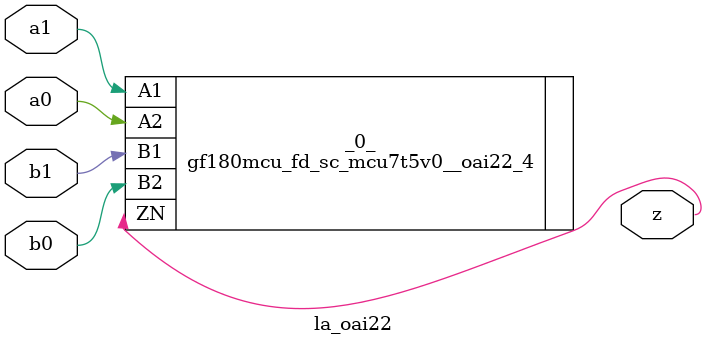
<source format=v>

/* Generated by Yosys 0.44 (git sha1 80ba43d26, g++ 11.4.0-1ubuntu1~22.04 -fPIC -O3) */

(* top =  1  *)
(* src = "inputs/la_oai22.v:10.1-22.10" *)
module la_oai22 (
    a0,
    a1,
    b0,
    b1,
    z
);
  (* src = "inputs/la_oai22.v:13.12-13.14" *)
  input a0;
  wire a0;
  (* src = "inputs/la_oai22.v:14.12-14.14" *)
  input a1;
  wire a1;
  (* src = "inputs/la_oai22.v:15.12-15.14" *)
  input b0;
  wire b0;
  (* src = "inputs/la_oai22.v:16.12-16.14" *)
  input b1;
  wire b1;
  (* src = "inputs/la_oai22.v:17.12-17.13" *)
  output z;
  wire z;
  gf180mcu_fd_sc_mcu7t5v0__oai22_4 _0_ (
      .A1(a1),
      .A2(a0),
      .B1(b1),
      .B2(b0),
      .ZN(z)
  );
endmodule

</source>
